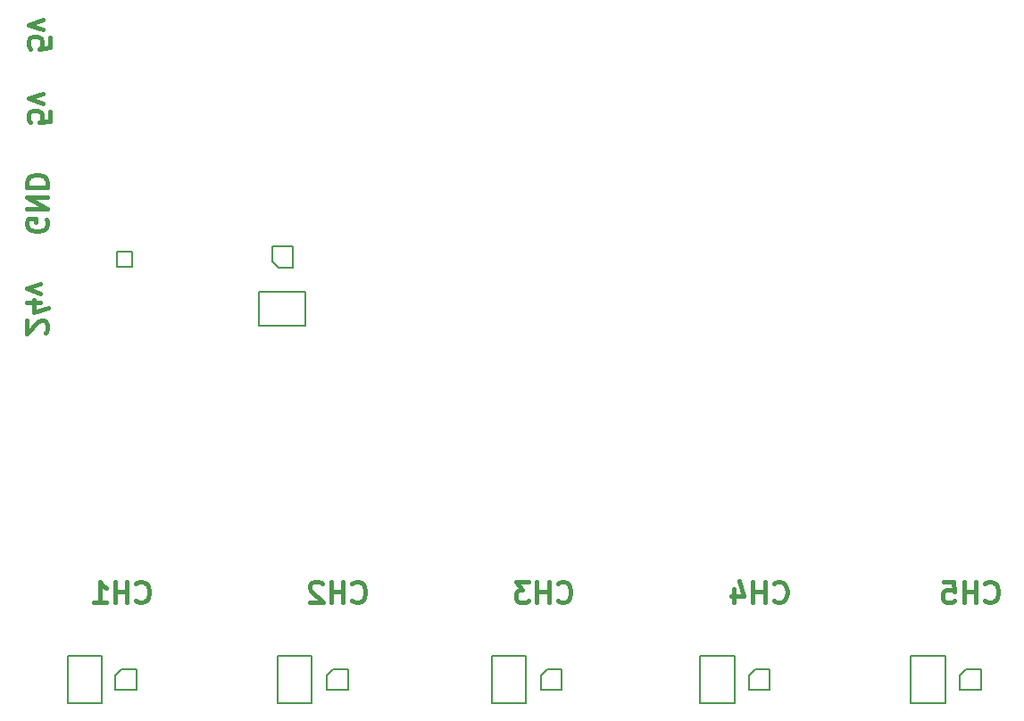
<source format=gbo>
G04 #@! TF.GenerationSoftware,KiCad,Pcbnew,5.0.1-33cea8e~68~ubuntu18.04.1*
G04 #@! TF.CreationDate,2018-11-12T15:32:08+00:00*
G04 #@! TF.ProjectId,ignition,69676E6974696F6E2E6B696361645F70,rev?*
G04 #@! TF.SameCoordinates,Original*
G04 #@! TF.FileFunction,Legend,Bot*
G04 #@! TF.FilePolarity,Positive*
%FSLAX46Y46*%
G04 Gerber Fmt 4.6, Leading zero omitted, Abs format (unit mm)*
G04 Created by KiCad (PCBNEW 5.0.1-33cea8e~68~ubuntu18.04.1) date Mon 12 Nov 2018 15:32:08 GMT*
%MOMM*%
%LPD*%
G01*
G04 APERTURE LIST*
%ADD10C,0.400000*%
%ADD11C,0.150000*%
G04 APERTURE END LIST*
D10*
X23695238Y-24285714D02*
X23695238Y-25238095D01*
X22742857Y-25333333D01*
X22838095Y-25238095D01*
X22933333Y-25047619D01*
X22933333Y-24571428D01*
X22838095Y-24380952D01*
X22742857Y-24285714D01*
X22552380Y-24190476D01*
X22076190Y-24190476D01*
X21885714Y-24285714D01*
X21790476Y-24380952D01*
X21695238Y-24571428D01*
X21695238Y-25047619D01*
X21790476Y-25238095D01*
X21885714Y-25333333D01*
X23028571Y-23523809D02*
X21695238Y-23047619D01*
X23028571Y-22571428D01*
X112380952Y-77714285D02*
X112476190Y-77809523D01*
X112761904Y-77904761D01*
X112952380Y-77904761D01*
X113238095Y-77809523D01*
X113428571Y-77619047D01*
X113523809Y-77428571D01*
X113619047Y-77047619D01*
X113619047Y-76761904D01*
X113523809Y-76380952D01*
X113428571Y-76190476D01*
X113238095Y-76000000D01*
X112952380Y-75904761D01*
X112761904Y-75904761D01*
X112476190Y-76000000D01*
X112380952Y-76095238D01*
X111523809Y-77904761D02*
X111523809Y-75904761D01*
X111523809Y-76857142D02*
X110380952Y-76857142D01*
X110380952Y-77904761D02*
X110380952Y-75904761D01*
X108476190Y-75904761D02*
X109428571Y-75904761D01*
X109523809Y-76857142D01*
X109428571Y-76761904D01*
X109238095Y-76666666D01*
X108761904Y-76666666D01*
X108571428Y-76761904D01*
X108476190Y-76857142D01*
X108380952Y-77047619D01*
X108380952Y-77523809D01*
X108476190Y-77714285D01*
X108571428Y-77809523D01*
X108761904Y-77904761D01*
X109238095Y-77904761D01*
X109428571Y-77809523D01*
X109523809Y-77714285D01*
X92380952Y-77714285D02*
X92476190Y-77809523D01*
X92761904Y-77904761D01*
X92952380Y-77904761D01*
X93238095Y-77809523D01*
X93428571Y-77619047D01*
X93523809Y-77428571D01*
X93619047Y-77047619D01*
X93619047Y-76761904D01*
X93523809Y-76380952D01*
X93428571Y-76190476D01*
X93238095Y-76000000D01*
X92952380Y-75904761D01*
X92761904Y-75904761D01*
X92476190Y-76000000D01*
X92380952Y-76095238D01*
X91523809Y-77904761D02*
X91523809Y-75904761D01*
X91523809Y-76857142D02*
X90380952Y-76857142D01*
X90380952Y-77904761D02*
X90380952Y-75904761D01*
X88571428Y-76571428D02*
X88571428Y-77904761D01*
X89047619Y-75809523D02*
X89523809Y-77238095D01*
X88285714Y-77238095D01*
X71880952Y-77714285D02*
X71976190Y-77809523D01*
X72261904Y-77904761D01*
X72452380Y-77904761D01*
X72738095Y-77809523D01*
X72928571Y-77619047D01*
X73023809Y-77428571D01*
X73119047Y-77047619D01*
X73119047Y-76761904D01*
X73023809Y-76380952D01*
X72928571Y-76190476D01*
X72738095Y-76000000D01*
X72452380Y-75904761D01*
X72261904Y-75904761D01*
X71976190Y-76000000D01*
X71880952Y-76095238D01*
X71023809Y-77904761D02*
X71023809Y-75904761D01*
X71023809Y-76857142D02*
X69880952Y-76857142D01*
X69880952Y-77904761D02*
X69880952Y-75904761D01*
X69119047Y-75904761D02*
X67880952Y-75904761D01*
X68547619Y-76666666D01*
X68261904Y-76666666D01*
X68071428Y-76761904D01*
X67976190Y-76857142D01*
X67880952Y-77047619D01*
X67880952Y-77523809D01*
X67976190Y-77714285D01*
X68071428Y-77809523D01*
X68261904Y-77904761D01*
X68833333Y-77904761D01*
X69023809Y-77809523D01*
X69119047Y-77714285D01*
X52380952Y-77714285D02*
X52476190Y-77809523D01*
X52761904Y-77904761D01*
X52952380Y-77904761D01*
X53238095Y-77809523D01*
X53428571Y-77619047D01*
X53523809Y-77428571D01*
X53619047Y-77047619D01*
X53619047Y-76761904D01*
X53523809Y-76380952D01*
X53428571Y-76190476D01*
X53238095Y-76000000D01*
X52952380Y-75904761D01*
X52761904Y-75904761D01*
X52476190Y-76000000D01*
X52380952Y-76095238D01*
X51523809Y-77904761D02*
X51523809Y-75904761D01*
X51523809Y-76857142D02*
X50380952Y-76857142D01*
X50380952Y-77904761D02*
X50380952Y-75904761D01*
X49523809Y-76095238D02*
X49428571Y-76000000D01*
X49238095Y-75904761D01*
X48761904Y-75904761D01*
X48571428Y-76000000D01*
X48476190Y-76095238D01*
X48380952Y-76285714D01*
X48380952Y-76476190D01*
X48476190Y-76761904D01*
X49619047Y-77904761D01*
X48380952Y-77904761D01*
X31880952Y-77714285D02*
X31976190Y-77809523D01*
X32261904Y-77904761D01*
X32452380Y-77904761D01*
X32738095Y-77809523D01*
X32928571Y-77619047D01*
X33023809Y-77428571D01*
X33119047Y-77047619D01*
X33119047Y-76761904D01*
X33023809Y-76380952D01*
X32928571Y-76190476D01*
X32738095Y-76000000D01*
X32452380Y-75904761D01*
X32261904Y-75904761D01*
X31976190Y-76000000D01*
X31880952Y-76095238D01*
X31023809Y-77904761D02*
X31023809Y-75904761D01*
X31023809Y-76857142D02*
X29880952Y-76857142D01*
X29880952Y-77904761D02*
X29880952Y-75904761D01*
X27880952Y-77904761D02*
X29023809Y-77904761D01*
X28452380Y-77904761D02*
X28452380Y-75904761D01*
X28642857Y-76190476D01*
X28833333Y-76380952D01*
X29023809Y-76476190D01*
X23304761Y-52285714D02*
X23400000Y-52190476D01*
X23495238Y-52000000D01*
X23495238Y-51523809D01*
X23400000Y-51333333D01*
X23304761Y-51238095D01*
X23114285Y-51142857D01*
X22923809Y-51142857D01*
X22638095Y-51238095D01*
X21495238Y-52380952D01*
X21495238Y-51142857D01*
X22828571Y-49428571D02*
X21495238Y-49428571D01*
X23590476Y-49904761D02*
X22161904Y-50380952D01*
X22161904Y-49142857D01*
X22828571Y-48571428D02*
X21495238Y-48095238D01*
X22828571Y-47619047D01*
X23400000Y-41523809D02*
X23495238Y-41714285D01*
X23495238Y-42000000D01*
X23400000Y-42285714D01*
X23209523Y-42476190D01*
X23019047Y-42571428D01*
X22638095Y-42666666D01*
X22352380Y-42666666D01*
X21971428Y-42571428D01*
X21780952Y-42476190D01*
X21590476Y-42285714D01*
X21495238Y-42000000D01*
X21495238Y-41809523D01*
X21590476Y-41523809D01*
X21685714Y-41428571D01*
X22352380Y-41428571D01*
X22352380Y-41809523D01*
X21495238Y-40571428D02*
X23495238Y-40571428D01*
X21495238Y-39428571D01*
X23495238Y-39428571D01*
X21495238Y-38476190D02*
X23495238Y-38476190D01*
X23495238Y-38000000D01*
X23400000Y-37714285D01*
X23209523Y-37523809D01*
X23019047Y-37428571D01*
X22638095Y-37333333D01*
X22352380Y-37333333D01*
X21971428Y-37428571D01*
X21780952Y-37523809D01*
X21590476Y-37714285D01*
X21495238Y-38000000D01*
X21495238Y-38476190D01*
X23695238Y-31285714D02*
X23695238Y-32238095D01*
X22742857Y-32333333D01*
X22838095Y-32238095D01*
X22933333Y-32047619D01*
X22933333Y-31571428D01*
X22838095Y-31380952D01*
X22742857Y-31285714D01*
X22552380Y-31190476D01*
X22076190Y-31190476D01*
X21885714Y-31285714D01*
X21790476Y-31380952D01*
X21695238Y-31571428D01*
X21695238Y-32047619D01*
X21790476Y-32238095D01*
X21885714Y-32333333D01*
X23028571Y-30523809D02*
X21695238Y-30047619D01*
X23028571Y-29571428D01*
D11*
G04 #@! TO.C,C1*
X31525000Y-46025000D02*
X31525000Y-44575000D01*
X31525000Y-44575000D02*
X30075000Y-44575000D01*
X30075000Y-44575000D02*
X30075000Y-46025000D01*
X30075000Y-46025000D02*
X31525000Y-46025000D01*
G04 #@! TO.C,R7*
X48525000Y-87425000D02*
X48525000Y-82975000D01*
X48525000Y-82975000D02*
X45275000Y-82975000D01*
X45275000Y-82975000D02*
X45275000Y-87425000D01*
X45275000Y-87425000D02*
X48525000Y-87425000D01*
G04 #@! TO.C,R8*
X88625000Y-87425000D02*
X88625000Y-82975000D01*
X88625000Y-82975000D02*
X85375000Y-82975000D01*
X85375000Y-82975000D02*
X85375000Y-87425000D01*
X85375000Y-87425000D02*
X88625000Y-87425000D01*
G04 #@! TO.C,R13*
X47975000Y-51625000D02*
X47975000Y-48375000D01*
X43525000Y-51625000D02*
X47975000Y-51625000D01*
X43525000Y-48375000D02*
X43525000Y-51625000D01*
X47975000Y-48375000D02*
X43525000Y-48375000D01*
G04 #@! TO.C,R31*
X28625000Y-87425000D02*
X28625000Y-82975000D01*
X28625000Y-82975000D02*
X25375000Y-82975000D01*
X25375000Y-82975000D02*
X25375000Y-87425000D01*
X25375000Y-87425000D02*
X28625000Y-87425000D01*
G04 #@! TO.C,R32*
X65625000Y-87425000D02*
X68875000Y-87425000D01*
X65625000Y-82975000D02*
X65625000Y-87425000D01*
X68875000Y-82975000D02*
X65625000Y-82975000D01*
X68875000Y-87425000D02*
X68875000Y-82975000D01*
G04 #@! TO.C,R33*
X105375000Y-87425000D02*
X108625000Y-87425000D01*
X105375000Y-82975000D02*
X105375000Y-87425000D01*
X108625000Y-82975000D02*
X105375000Y-82975000D01*
X108625000Y-87425000D02*
X108625000Y-82975000D01*
G04 #@! TO.C,IC1*
X50600000Y-84225000D02*
X50000000Y-84825000D01*
X52000000Y-84225000D02*
X50600000Y-84225000D01*
X52000000Y-86175000D02*
X52000000Y-84225000D01*
X50000000Y-86175000D02*
X52000000Y-86175000D01*
X50000000Y-84825000D02*
X50000000Y-86175000D01*
G04 #@! TO.C,IC2*
X90600000Y-84225000D02*
X90000000Y-84825000D01*
X92000000Y-84225000D02*
X90600000Y-84225000D01*
X92000000Y-86175000D02*
X92000000Y-84225000D01*
X90000000Y-86175000D02*
X92000000Y-86175000D01*
X90000000Y-84825000D02*
X90000000Y-86175000D01*
G04 #@! TO.C,IC3*
X45375000Y-46100000D02*
X46725000Y-46100000D01*
X46725000Y-46100000D02*
X46725000Y-44100000D01*
X46725000Y-44100000D02*
X44775000Y-44100000D01*
X44775000Y-44100000D02*
X44775000Y-45500000D01*
X44775000Y-45500000D02*
X45375000Y-46100000D01*
G04 #@! TO.C,IC4*
X29900000Y-84825000D02*
X29900000Y-86175000D01*
X29900000Y-86175000D02*
X31900000Y-86175000D01*
X31900000Y-86175000D02*
X31900000Y-84225000D01*
X31900000Y-84225000D02*
X30500000Y-84225000D01*
X30500000Y-84225000D02*
X29900000Y-84825000D01*
G04 #@! TO.C,IC5*
X70850000Y-84225000D02*
X70250000Y-84825000D01*
X72250000Y-84225000D02*
X70850000Y-84225000D01*
X72250000Y-86175000D02*
X72250000Y-84225000D01*
X70250000Y-86175000D02*
X72250000Y-86175000D01*
X70250000Y-84825000D02*
X70250000Y-86175000D01*
G04 #@! TO.C,IC6*
X110000000Y-84825000D02*
X110000000Y-86175000D01*
X110000000Y-86175000D02*
X112000000Y-86175000D01*
X112000000Y-86175000D02*
X112000000Y-84225000D01*
X112000000Y-84225000D02*
X110600000Y-84225000D01*
X110600000Y-84225000D02*
X110000000Y-84825000D01*
G04 #@! TD*
M02*

</source>
